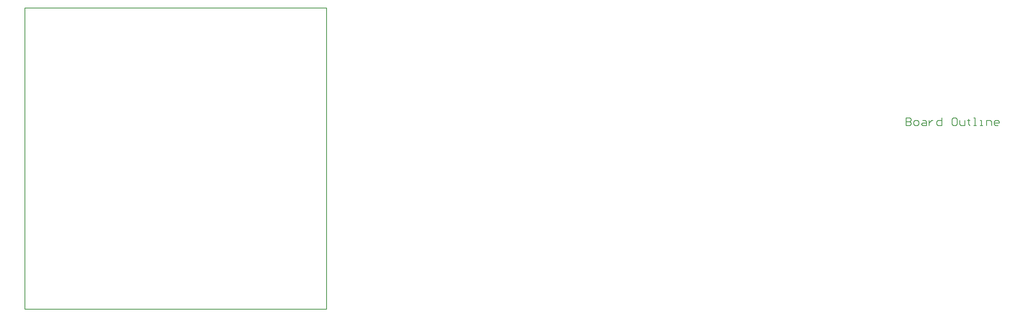
<source format=gko>
G04 Layer_Color=16711935*
%FSLAX25Y25*%
%MOIN*%
G70*
G01*
G75*
%ADD30C,0.01000*%
D30*
X0Y0D02*
Y393701D01*
X393701D01*
Y0D02*
Y393701D01*
X0Y0D02*
X393701D01*
X1150000Y249997D02*
Y240000D01*
X1154998D01*
X1156665Y241666D01*
Y243332D01*
X1154998Y244998D01*
X1150000D01*
X1154998D01*
X1156665Y246665D01*
Y248331D01*
X1154998Y249997D01*
X1150000D01*
X1161663Y240000D02*
X1164995D01*
X1166661Y241666D01*
Y244998D01*
X1164995Y246665D01*
X1161663D01*
X1159997Y244998D01*
Y241666D01*
X1161663Y240000D01*
X1171660Y246665D02*
X1174992D01*
X1176658Y244998D01*
Y240000D01*
X1171660D01*
X1169994Y241666D01*
X1171660Y243332D01*
X1176658D01*
X1179990Y246665D02*
Y240000D01*
Y243332D01*
X1181656Y244998D01*
X1183323Y246665D01*
X1184989D01*
X1196652Y249997D02*
Y240000D01*
X1191653D01*
X1189987Y241666D01*
Y244998D01*
X1191653Y246665D01*
X1196652D01*
X1214979Y249997D02*
X1211647D01*
X1209981Y248331D01*
Y241666D01*
X1211647Y240000D01*
X1214979D01*
X1216645Y241666D01*
Y248331D01*
X1214979Y249997D01*
X1219977Y246665D02*
Y241666D01*
X1221644Y240000D01*
X1226642D01*
Y246665D01*
X1231640Y248331D02*
Y246665D01*
X1229974D01*
X1233307D01*
X1231640D01*
Y241666D01*
X1233307Y240000D01*
X1238305D02*
X1241637D01*
X1239971D01*
Y249997D01*
X1238305D01*
X1246636Y240000D02*
X1249968D01*
X1248302D01*
Y246665D01*
X1246636D01*
X1254966Y240000D02*
Y246665D01*
X1259964D01*
X1261631Y244998D01*
Y240000D01*
X1269961D02*
X1266629D01*
X1264963Y241666D01*
Y244998D01*
X1266629Y246665D01*
X1269961D01*
X1271627Y244998D01*
Y243332D01*
X1264963D01*
M02*

</source>
